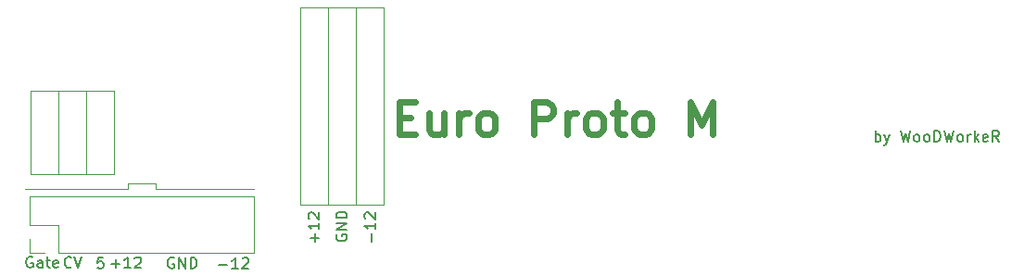
<source format=gbr>
G04 #@! TF.GenerationSoftware,KiCad,Pcbnew,(5.1.4)-1*
G04 #@! TF.CreationDate,2020-01-19T21:29:46+01:00*
G04 #@! TF.ProjectId,EuroHelper,4575726f-4865-46c7-9065-722e6b696361,rev?*
G04 #@! TF.SameCoordinates,Original*
G04 #@! TF.FileFunction,Legend,Top*
G04 #@! TF.FilePolarity,Positive*
%FSLAX46Y46*%
G04 Gerber Fmt 4.6, Leading zero omitted, Abs format (unit mm)*
G04 Created by KiCad (PCBNEW (5.1.4)-1) date 2020-01-19 21:29:46*
%MOMM*%
%LPD*%
G04 APERTURE LIST*
%ADD10C,0.120000*%
%ADD11C,0.150000*%
%ADD12C,0.600000*%
G04 APERTURE END LIST*
D10*
X69342000Y-71120000D02*
X66802000Y-71120000D01*
X69342000Y-63500000D02*
X69342000Y-71120000D01*
X66802000Y-63500000D02*
X69342000Y-63500000D01*
X66802000Y-63500000D02*
X64262000Y-63500000D01*
X66802000Y-71120000D02*
X66802000Y-63500000D01*
X64262000Y-71120000D02*
X66802000Y-71120000D01*
X64262000Y-71120000D02*
X61722000Y-71120000D01*
X64262000Y-63500000D02*
X64262000Y-71120000D01*
X61722000Y-63500000D02*
X64262000Y-63500000D01*
X61722000Y-71120000D02*
X61722000Y-63500000D01*
X93980000Y-55880000D02*
X91440000Y-55880000D01*
X93980000Y-73914000D02*
X93980000Y-55880000D01*
X91440000Y-73914000D02*
X93980000Y-73914000D01*
X91440000Y-73914000D02*
X88900000Y-73914000D01*
X91440000Y-55880000D02*
X91440000Y-73914000D01*
X88900000Y-55880000D02*
X91440000Y-55880000D01*
X86360000Y-55880000D02*
X88900000Y-55880000D01*
X86360000Y-73914000D02*
X86360000Y-55880000D01*
X88900000Y-73914000D02*
X86360000Y-73914000D01*
X88900000Y-55880000D02*
X88900000Y-73914000D01*
D11*
X87701428Y-77330133D02*
X87701428Y-76568228D01*
X88082380Y-76949180D02*
X87320476Y-76949180D01*
X88082380Y-75568228D02*
X88082380Y-76139657D01*
X88082380Y-75853942D02*
X87082380Y-75853942D01*
X87225238Y-75949180D01*
X87320476Y-76044419D01*
X87368095Y-76139657D01*
X87177619Y-75187276D02*
X87130000Y-75139657D01*
X87082380Y-75044419D01*
X87082380Y-74806323D01*
X87130000Y-74711085D01*
X87177619Y-74663466D01*
X87272857Y-74615847D01*
X87368095Y-74615847D01*
X87510952Y-74663466D01*
X88082380Y-75234895D01*
X88082380Y-74615847D01*
X89670000Y-76657104D02*
X89622380Y-76752342D01*
X89622380Y-76895200D01*
X89670000Y-77038057D01*
X89765238Y-77133295D01*
X89860476Y-77180914D01*
X90050952Y-77228533D01*
X90193809Y-77228533D01*
X90384285Y-77180914D01*
X90479523Y-77133295D01*
X90574761Y-77038057D01*
X90622380Y-76895200D01*
X90622380Y-76799961D01*
X90574761Y-76657104D01*
X90527142Y-76609485D01*
X90193809Y-76609485D01*
X90193809Y-76799961D01*
X90622380Y-76180914D02*
X89622380Y-76180914D01*
X90622380Y-75609485D01*
X89622380Y-75609485D01*
X90622380Y-75133295D02*
X89622380Y-75133295D01*
X89622380Y-74895200D01*
X89670000Y-74752342D01*
X89765238Y-74657104D01*
X89860476Y-74609485D01*
X90050952Y-74561866D01*
X90193809Y-74561866D01*
X90384285Y-74609485D01*
X90479523Y-74657104D01*
X90574761Y-74752342D01*
X90622380Y-74895200D01*
X90622380Y-75133295D01*
X92849428Y-77333333D02*
X92849428Y-76571428D01*
X93230380Y-75571428D02*
X93230380Y-76142857D01*
X93230380Y-75857142D02*
X92230380Y-75857142D01*
X92373238Y-75952380D01*
X92468476Y-76047619D01*
X92516095Y-76142857D01*
X92325619Y-75190476D02*
X92278000Y-75142857D01*
X92230380Y-75047619D01*
X92230380Y-74809523D01*
X92278000Y-74714285D01*
X92325619Y-74666666D01*
X92420857Y-74619047D01*
X92516095Y-74619047D01*
X92658952Y-74666666D01*
X93230380Y-75238095D01*
X93230380Y-74619047D01*
X138906952Y-68143380D02*
X138906952Y-67143380D01*
X138906952Y-67524333D02*
X139002190Y-67476714D01*
X139192666Y-67476714D01*
X139287904Y-67524333D01*
X139335523Y-67571952D01*
X139383142Y-67667190D01*
X139383142Y-67952904D01*
X139335523Y-68048142D01*
X139287904Y-68095761D01*
X139192666Y-68143380D01*
X139002190Y-68143380D01*
X138906952Y-68095761D01*
X139716476Y-67476714D02*
X139954571Y-68143380D01*
X140192666Y-67476714D02*
X139954571Y-68143380D01*
X139859333Y-68381476D01*
X139811714Y-68429095D01*
X139716476Y-68476714D01*
X141240285Y-67143380D02*
X141478380Y-68143380D01*
X141668857Y-67429095D01*
X141859333Y-68143380D01*
X142097428Y-67143380D01*
X142621238Y-68143380D02*
X142526000Y-68095761D01*
X142478380Y-68048142D01*
X142430761Y-67952904D01*
X142430761Y-67667190D01*
X142478380Y-67571952D01*
X142526000Y-67524333D01*
X142621238Y-67476714D01*
X142764095Y-67476714D01*
X142859333Y-67524333D01*
X142906952Y-67571952D01*
X142954571Y-67667190D01*
X142954571Y-67952904D01*
X142906952Y-68048142D01*
X142859333Y-68095761D01*
X142764095Y-68143380D01*
X142621238Y-68143380D01*
X143526000Y-68143380D02*
X143430761Y-68095761D01*
X143383142Y-68048142D01*
X143335523Y-67952904D01*
X143335523Y-67667190D01*
X143383142Y-67571952D01*
X143430761Y-67524333D01*
X143526000Y-67476714D01*
X143668857Y-67476714D01*
X143764095Y-67524333D01*
X143811714Y-67571952D01*
X143859333Y-67667190D01*
X143859333Y-67952904D01*
X143811714Y-68048142D01*
X143764095Y-68095761D01*
X143668857Y-68143380D01*
X143526000Y-68143380D01*
X144287904Y-68143380D02*
X144287904Y-67143380D01*
X144526000Y-67143380D01*
X144668857Y-67191000D01*
X144764095Y-67286238D01*
X144811714Y-67381476D01*
X144859333Y-67571952D01*
X144859333Y-67714809D01*
X144811714Y-67905285D01*
X144764095Y-68000523D01*
X144668857Y-68095761D01*
X144526000Y-68143380D01*
X144287904Y-68143380D01*
X145192666Y-67143380D02*
X145430761Y-68143380D01*
X145621238Y-67429095D01*
X145811714Y-68143380D01*
X146049809Y-67143380D01*
X146573619Y-68143380D02*
X146478380Y-68095761D01*
X146430761Y-68048142D01*
X146383142Y-67952904D01*
X146383142Y-67667190D01*
X146430761Y-67571952D01*
X146478380Y-67524333D01*
X146573619Y-67476714D01*
X146716476Y-67476714D01*
X146811714Y-67524333D01*
X146859333Y-67571952D01*
X146906952Y-67667190D01*
X146906952Y-67952904D01*
X146859333Y-68048142D01*
X146811714Y-68095761D01*
X146716476Y-68143380D01*
X146573619Y-68143380D01*
X147335523Y-68143380D02*
X147335523Y-67476714D01*
X147335523Y-67667190D02*
X147383142Y-67571952D01*
X147430761Y-67524333D01*
X147526000Y-67476714D01*
X147621238Y-67476714D01*
X147954571Y-68143380D02*
X147954571Y-67143380D01*
X148049809Y-67762428D02*
X148335523Y-68143380D01*
X148335523Y-67476714D02*
X147954571Y-67857666D01*
X149145047Y-68095761D02*
X149049809Y-68143380D01*
X148859333Y-68143380D01*
X148764095Y-68095761D01*
X148716476Y-68000523D01*
X148716476Y-67619571D01*
X148764095Y-67524333D01*
X148859333Y-67476714D01*
X149049809Y-67476714D01*
X149145047Y-67524333D01*
X149192666Y-67619571D01*
X149192666Y-67714809D01*
X148716476Y-67810047D01*
X150192666Y-68143380D02*
X149859333Y-67667190D01*
X149621238Y-68143380D02*
X149621238Y-67143380D01*
X150002190Y-67143380D01*
X150097428Y-67191000D01*
X150145047Y-67238619D01*
X150192666Y-67333857D01*
X150192666Y-67476714D01*
X150145047Y-67571952D01*
X150097428Y-67619571D01*
X150002190Y-67667190D01*
X149621238Y-67667190D01*
D12*
X95442285Y-65927314D02*
X96442285Y-65927314D01*
X96870857Y-67498742D02*
X95442285Y-67498742D01*
X95442285Y-64498742D01*
X96870857Y-64498742D01*
X99442285Y-65498742D02*
X99442285Y-67498742D01*
X98156571Y-65498742D02*
X98156571Y-67070171D01*
X98299428Y-67355885D01*
X98585142Y-67498742D01*
X99013714Y-67498742D01*
X99299428Y-67355885D01*
X99442285Y-67213028D01*
X100870857Y-67498742D02*
X100870857Y-65498742D01*
X100870857Y-66070171D02*
X101013714Y-65784457D01*
X101156571Y-65641600D01*
X101442285Y-65498742D01*
X101728000Y-65498742D01*
X103156571Y-67498742D02*
X102870857Y-67355885D01*
X102728000Y-67213028D01*
X102585142Y-66927314D01*
X102585142Y-66070171D01*
X102728000Y-65784457D01*
X102870857Y-65641600D01*
X103156571Y-65498742D01*
X103585142Y-65498742D01*
X103870857Y-65641600D01*
X104013714Y-65784457D01*
X104156571Y-66070171D01*
X104156571Y-66927314D01*
X104013714Y-67213028D01*
X103870857Y-67355885D01*
X103585142Y-67498742D01*
X103156571Y-67498742D01*
X107728000Y-67498742D02*
X107728000Y-64498742D01*
X108870857Y-64498742D01*
X109156571Y-64641600D01*
X109299428Y-64784457D01*
X109442285Y-65070171D01*
X109442285Y-65498742D01*
X109299428Y-65784457D01*
X109156571Y-65927314D01*
X108870857Y-66070171D01*
X107728000Y-66070171D01*
X110728000Y-67498742D02*
X110728000Y-65498742D01*
X110728000Y-66070171D02*
X110870857Y-65784457D01*
X111013714Y-65641600D01*
X111299428Y-65498742D01*
X111585142Y-65498742D01*
X113013714Y-67498742D02*
X112728000Y-67355885D01*
X112585142Y-67213028D01*
X112442285Y-66927314D01*
X112442285Y-66070171D01*
X112585142Y-65784457D01*
X112728000Y-65641600D01*
X113013714Y-65498742D01*
X113442285Y-65498742D01*
X113728000Y-65641600D01*
X113870857Y-65784457D01*
X114013714Y-66070171D01*
X114013714Y-66927314D01*
X113870857Y-67213028D01*
X113728000Y-67355885D01*
X113442285Y-67498742D01*
X113013714Y-67498742D01*
X114870857Y-65498742D02*
X116013714Y-65498742D01*
X115299428Y-64498742D02*
X115299428Y-67070171D01*
X115442285Y-67355885D01*
X115728000Y-67498742D01*
X116013714Y-67498742D01*
X117442285Y-67498742D02*
X117156571Y-67355885D01*
X117013714Y-67213028D01*
X116870857Y-66927314D01*
X116870857Y-66070171D01*
X117013714Y-65784457D01*
X117156571Y-65641600D01*
X117442285Y-65498742D01*
X117870857Y-65498742D01*
X118156571Y-65641600D01*
X118299428Y-65784457D01*
X118442285Y-66070171D01*
X118442285Y-66927314D01*
X118299428Y-67213028D01*
X118156571Y-67355885D01*
X117870857Y-67498742D01*
X117442285Y-67498742D01*
X122013714Y-67498742D02*
X122013714Y-64498742D01*
X123013714Y-66641600D01*
X124013714Y-64498742D01*
X124013714Y-67498742D01*
D11*
X61884038Y-78697200D02*
X61788800Y-78649580D01*
X61645942Y-78649580D01*
X61503085Y-78697200D01*
X61407847Y-78792438D01*
X61360228Y-78887676D01*
X61312609Y-79078152D01*
X61312609Y-79221009D01*
X61360228Y-79411485D01*
X61407847Y-79506723D01*
X61503085Y-79601961D01*
X61645942Y-79649580D01*
X61741180Y-79649580D01*
X61884038Y-79601961D01*
X61931657Y-79554342D01*
X61931657Y-79221009D01*
X61741180Y-79221009D01*
X62788800Y-79649580D02*
X62788800Y-79125771D01*
X62741180Y-79030533D01*
X62645942Y-78982914D01*
X62455466Y-78982914D01*
X62360228Y-79030533D01*
X62788800Y-79601961D02*
X62693561Y-79649580D01*
X62455466Y-79649580D01*
X62360228Y-79601961D01*
X62312609Y-79506723D01*
X62312609Y-79411485D01*
X62360228Y-79316247D01*
X62455466Y-79268628D01*
X62693561Y-79268628D01*
X62788800Y-79221009D01*
X63122133Y-78982914D02*
X63503085Y-78982914D01*
X63264990Y-78649580D02*
X63264990Y-79506723D01*
X63312609Y-79601961D01*
X63407847Y-79649580D01*
X63503085Y-79649580D01*
X64217371Y-79601961D02*
X64122133Y-79649580D01*
X63931657Y-79649580D01*
X63836419Y-79601961D01*
X63788800Y-79506723D01*
X63788800Y-79125771D01*
X63836419Y-79030533D01*
X63931657Y-78982914D01*
X64122133Y-78982914D01*
X64217371Y-79030533D01*
X64264990Y-79125771D01*
X64264990Y-79221009D01*
X63788800Y-79316247D01*
X65438352Y-79579742D02*
X65390733Y-79627361D01*
X65247876Y-79674980D01*
X65152638Y-79674980D01*
X65009780Y-79627361D01*
X64914542Y-79532123D01*
X64866923Y-79436885D01*
X64819304Y-79246409D01*
X64819304Y-79103552D01*
X64866923Y-78913076D01*
X64914542Y-78817838D01*
X65009780Y-78722600D01*
X65152638Y-78674980D01*
X65247876Y-78674980D01*
X65390733Y-78722600D01*
X65438352Y-78770219D01*
X65724066Y-78674980D02*
X66057400Y-79674980D01*
X66390733Y-78674980D01*
X68335495Y-78725780D02*
X67859304Y-78725780D01*
X67811685Y-79201971D01*
X67859304Y-79154352D01*
X67954542Y-79106733D01*
X68192638Y-79106733D01*
X68287876Y-79154352D01*
X68335495Y-79201971D01*
X68383114Y-79297209D01*
X68383114Y-79535304D01*
X68335495Y-79630542D01*
X68287876Y-79678161D01*
X68192638Y-79725780D01*
X67954542Y-79725780D01*
X67859304Y-79678161D01*
X67811685Y-79630542D01*
X74803095Y-78773400D02*
X74707857Y-78725780D01*
X74565000Y-78725780D01*
X74422142Y-78773400D01*
X74326904Y-78868638D01*
X74279285Y-78963876D01*
X74231666Y-79154352D01*
X74231666Y-79297209D01*
X74279285Y-79487685D01*
X74326904Y-79582923D01*
X74422142Y-79678161D01*
X74565000Y-79725780D01*
X74660238Y-79725780D01*
X74803095Y-79678161D01*
X74850714Y-79630542D01*
X74850714Y-79297209D01*
X74660238Y-79297209D01*
X75279285Y-79725780D02*
X75279285Y-78725780D01*
X75850714Y-79725780D01*
X75850714Y-78725780D01*
X76326904Y-79725780D02*
X76326904Y-78725780D01*
X76565000Y-78725780D01*
X76707857Y-78773400D01*
X76803095Y-78868638D01*
X76850714Y-78963876D01*
X76898333Y-79154352D01*
X76898333Y-79297209D01*
X76850714Y-79487685D01*
X76803095Y-79582923D01*
X76707857Y-79678161D01*
X76565000Y-79725780D01*
X76326904Y-79725780D01*
X69100866Y-79319428D02*
X69862771Y-79319428D01*
X69481819Y-79700380D02*
X69481819Y-78938476D01*
X70862771Y-79700380D02*
X70291342Y-79700380D01*
X70577057Y-79700380D02*
X70577057Y-78700380D01*
X70481819Y-78843238D01*
X70386580Y-78938476D01*
X70291342Y-78986095D01*
X71243723Y-78795619D02*
X71291342Y-78748000D01*
X71386580Y-78700380D01*
X71624676Y-78700380D01*
X71719914Y-78748000D01*
X71767533Y-78795619D01*
X71815152Y-78890857D01*
X71815152Y-78986095D01*
X71767533Y-79128952D01*
X71196104Y-79700380D01*
X71815152Y-79700380D01*
X78930666Y-79370228D02*
X79692571Y-79370228D01*
X80692571Y-79751180D02*
X80121142Y-79751180D01*
X80406857Y-79751180D02*
X80406857Y-78751180D01*
X80311619Y-78894038D01*
X80216380Y-78989276D01*
X80121142Y-79036895D01*
X81073523Y-78846419D02*
X81121142Y-78798800D01*
X81216380Y-78751180D01*
X81454476Y-78751180D01*
X81549714Y-78798800D01*
X81597333Y-78846419D01*
X81644952Y-78941657D01*
X81644952Y-79036895D01*
X81597333Y-79179752D01*
X81025904Y-79751180D01*
X81644952Y-79751180D01*
D10*
X73152000Y-72466200D02*
X82092800Y-72466200D01*
X73152000Y-71983600D02*
X73152000Y-72466200D01*
X70612000Y-71983600D02*
X73152000Y-71983600D01*
X70612000Y-72440800D02*
X70612000Y-71983600D01*
X61214000Y-72440800D02*
X70612000Y-72440800D01*
X61670000Y-78330000D02*
X61670000Y-77000000D01*
X63000000Y-78330000D02*
X61670000Y-78330000D01*
X61670000Y-75730000D02*
X61670000Y-73130000D01*
X64270000Y-75730000D02*
X61670000Y-75730000D01*
X64270000Y-78330000D02*
X64270000Y-75730000D01*
X61670000Y-73130000D02*
X82110000Y-73130000D01*
X64270000Y-78330000D02*
X82110000Y-78330000D01*
X82110000Y-78330000D02*
X82110000Y-73130000D01*
M02*

</source>
